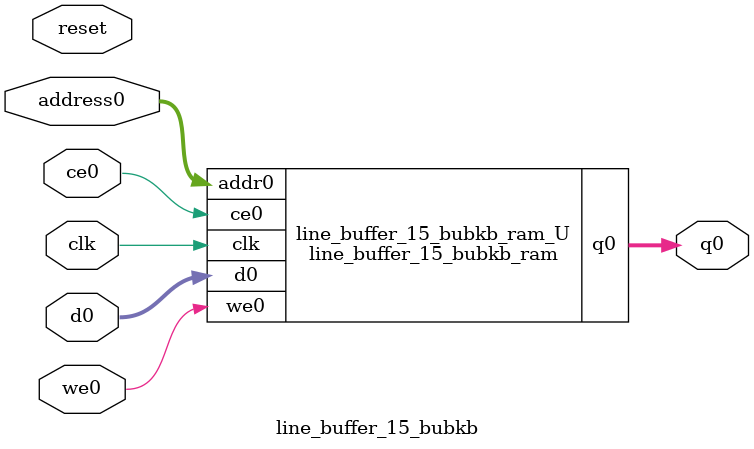
<source format=v>

`timescale 1 ns / 1 ps
module line_buffer_15_bubkb_ram (addr0, ce0, d0, we0, q0,  clk);

parameter DWIDTH = 16;
parameter AWIDTH = 12;
parameter MEM_SIZE = 2688;

input[AWIDTH-1:0] addr0;
input ce0;
input[DWIDTH-1:0] d0;
input we0;
output reg[DWIDTH-1:0] q0;
input clk;

(* ram_style = "block" *)reg [DWIDTH-1:0] ram[0:MEM_SIZE-1];




always @(posedge clk)  
begin 
    if (ce0) 
    begin
        if (we0) 
        begin 
            ram[addr0] <= d0; 
            q0 <= d0;
        end 
        else 
            q0 <= ram[addr0];
    end
end


endmodule


`timescale 1 ns / 1 ps
module line_buffer_15_bubkb(
    reset,
    clk,
    address0,
    ce0,
    we0,
    d0,
    q0);

parameter DataWidth = 32'd16;
parameter AddressRange = 32'd2688;
parameter AddressWidth = 32'd12;
input reset;
input clk;
input[AddressWidth - 1:0] address0;
input ce0;
input we0;
input[DataWidth - 1:0] d0;
output[DataWidth - 1:0] q0;



line_buffer_15_bubkb_ram line_buffer_15_bubkb_ram_U(
    .clk( clk ),
    .addr0( address0 ),
    .ce0( ce0 ),
    .d0( d0 ),
    .we0( we0 ),
    .q0( q0 ));

endmodule


</source>
